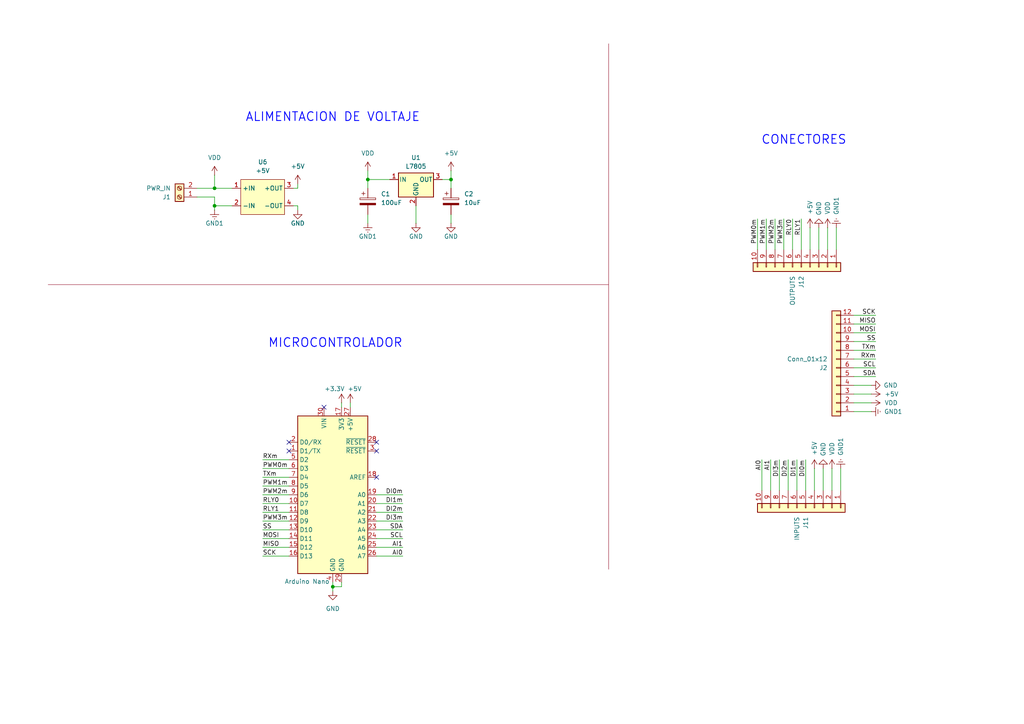
<source format=kicad_sch>
(kicad_sch (version 20231120) (generator "eeschema") (generator_version "8.0")
  (paper "A4")
  (lib_symbols
    (symbol "Codigo_lib:Mini_560_Pro"
      (property "Reference" "U" (at 0 -6.604 0))
      (property "Value" "+5V" (at 4.572 -6.604 0))
      (symbol "Mini_560_Pro_1_1"
        (rectangle (start -6.35 5.08) (end 6.35 -5.08) (fill (type background)))
        (pin passive line (at -8.89 2.54 0) (length 2.54) (name "+IN") (number "1"))
        (pin passive line (at -8.89 -2.54 0) (length 2.54) (name "-IN") (number "2"))
        (pin passive line (at 8.89 2.54 180) (length 2.54) (name "+OUT") (number "3"))
        (pin passive line (at 8.89 -2.54 180) (length 2.54) (name "-OUT") (number "4"))
      )
    )
    (symbol "Connector:Screw_Terminal_01x02" (pin_names (offset 1.016) hide)
      (property "Reference" "J" (at 0 2.54 0))
      (property "Value" "Screw_Terminal_01x02" (at 0 -5.08 0))
      (symbol "Screw_Terminal_01x02_1_1"
        (rectangle (start -1.27 1.27) (end 1.27 -3.81) (stroke (width 0.254)) (fill (type background)))
        (circle (center 0 -2.54) (radius 0.635) (stroke (width 0.1524)))
        (polyline (pts (xy -0.5334 -2.2098) (xy 0.3302 -3.048)) (stroke (width 0.1524)))
        (polyline (pts (xy -0.5334 0.3302) (xy 0.3302 -0.508)) (stroke (width 0.1524)))
        (polyline (pts (xy -0.3556 -2.032) (xy 0.508 -2.8702)) (stroke (width 0.1524)))
        (polyline (pts (xy -0.3556 0.508) (xy 0.508 -0.3302)) (stroke (width 0.1524)))
        (circle (center 0 0) (radius 0.635) (stroke (width 0.1524)))
        (pin passive line (at -5.08 0 0) (length 3.81) (name "Pin_1") (number "1"))
        (pin passive line (at -5.08 -2.54 0) (length 3.81) (name "Pin_2") (number "2"))
      )
    )
    (symbol "Connector_Generic:Conn_01x10" (pin_names (offset 1.016) hide)
      (property "Reference" "J" (at 0 12.7 0))
      (property "Value" "Conn_01x10" (at 0 -15.24 0))
      (symbol "Conn_01x10_1_1"
        (rectangle (start -1.27 -12.573) (end 0 -12.827) (stroke (width 0.1524)))
        (rectangle (start -1.27 -10.033) (end 0 -10.287) (stroke (width 0.1524)))
        (rectangle (start -1.27 -7.493) (end 0 -7.747) (stroke (width 0.1524)))
        (rectangle (start -1.27 -4.953) (end 0 -5.207) (stroke (width 0.1524)))
        (rectangle (start -1.27 -2.413) (end 0 -2.667) (stroke (width 0.1524)))
        (rectangle (start -1.27 0.127) (end 0 -0.127) (stroke (width 0.1524)))
        (rectangle (start -1.27 2.667) (end 0 2.413) (stroke (width 0.1524)))
        (rectangle (start -1.27 5.207) (end 0 4.953) (stroke (width 0.1524)))
        (rectangle (start -1.27 7.747) (end 0 7.493) (stroke (width 0.1524)))
        (rectangle (start -1.27 10.287) (end 0 10.033) (stroke (width 0.1524)))
        (rectangle (start -1.27 11.43) (end 1.27 -13.97) (stroke (width 0.254)) (fill (type background)))
        (pin passive line (at -5.08 10.16 0) (length 3.81) (name "Pin_1") (number "1"))
        (pin passive line (at -5.08 -12.7 0) (length 3.81) (name "Pin_10") (number "10"))
        (pin passive line (at -5.08 7.62 0) (length 3.81) (name "Pin_2") (number "2"))
        (pin passive line (at -5.08 5.08 0) (length 3.81) (name "Pin_3") (number "3"))
        (pin passive line (at -5.08 2.54 0) (length 3.81) (name "Pin_4") (number "4"))
        (pin passive line (at -5.08 0 0) (length 3.81) (name "Pin_5") (number "5"))
        (pin passive line (at -5.08 -2.54 0) (length 3.81) (name "Pin_6") (number "6"))
        (pin passive line (at -5.08 -5.08 0) (length 3.81) (name "Pin_7") (number "7"))
        (pin passive line (at -5.08 -7.62 0) (length 3.81) (name "Pin_8") (number "8"))
        (pin passive line (at -5.08 -10.16 0) (length 3.81) (name "Pin_9") (number "9"))
      )
    )
    (symbol "Connector_Generic:Conn_01x12" (pin_names (offset 1.016) hide)
      (property "Reference" "J" (at 0 15.24 0))
      (property "Value" "Conn_01x12" (at 0 -17.78 0))
      (symbol "Conn_01x12_1_1"
        (rectangle (start -1.27 -15.113) (end 0 -15.367) (stroke (width 0.1524)))
        (rectangle (start -1.27 -12.573) (end 0 -12.827) (stroke (width 0.1524)))
        (rectangle (start -1.27 -10.033) (end 0 -10.287) (stroke (width 0.1524)))
        (rectangle (start -1.27 -7.493) (end 0 -7.747) (stroke (width 0.1524)))
        (rectangle (start -1.27 -4.953) (end 0 -5.207) (stroke (width 0.1524)))
        (rectangle (start -1.27 -2.413) (end 0 -2.667) (stroke (width 0.1524)))
        (rectangle (start -1.27 0.127) (end 0 -0.127) (stroke (width 0.1524)))
        (rectangle (start -1.27 2.667) (end 0 2.413) (stroke (width 0.1524)))
        (rectangle (start -1.27 5.207) (end 0 4.953) (stroke (width 0.1524)))
        (rectangle (start -1.27 7.747) (end 0 7.493) (stroke (width 0.1524)))
        (rectangle (start -1.27 10.287) (end 0 10.033) (stroke (width 0.1524)))
        (rectangle (start -1.27 12.827) (end 0 12.573) (stroke (width 0.1524)))
        (rectangle (start -1.27 13.97) (end 1.27 -16.51) (stroke (width 0.254)) (fill (type background)))
        (pin passive line (at -5.08 12.7 0) (length 3.81) (name "Pin_1") (number "1"))
        (pin passive line (at -5.08 -10.16 0) (length 3.81) (name "Pin_10") (number "10"))
        (pin passive line (at -5.08 -12.7 0) (length 3.81) (name "Pin_11") (number "11"))
        (pin passive line (at -5.08 -15.24 0) (length 3.81) (name "Pin_12") (number "12"))
        (pin passive line (at -5.08 10.16 0) (length 3.81) (name "Pin_2") (number "2"))
        (pin passive line (at -5.08 7.62 0) (length 3.81) (name "Pin_3") (number "3"))
        (pin passive line (at -5.08 5.08 0) (length 3.81) (name "Pin_4") (number "4"))
        (pin passive line (at -5.08 2.54 0) (length 3.81) (name "Pin_5") (number "5"))
        (pin passive line (at -5.08 0 0) (length 3.81) (name "Pin_6") (number "6"))
        (pin passive line (at -5.08 -2.54 0) (length 3.81) (name "Pin_7") (number "7"))
        (pin passive line (at -5.08 -5.08 0) (length 3.81) (name "Pin_8") (number "8"))
        (pin passive line (at -5.08 -7.62 0) (length 3.81) (name "Pin_9") (number "9"))
      )
    )
    (symbol "Device:C_Polarized" (pin_numbers hide) (pin_names (offset 0.254))
      (property "Reference" "C" (at 0.635 2.54 0))
      (property "Value" "C_Polarized" (at 0.635 -2.54 0))
      (symbol "C_Polarized_0_1"
        (rectangle (start -2.286 0.508) (end 2.286 1.016))
        (polyline (pts (xy -1.778 2.286) (xy -0.762 2.286)))
        (polyline (pts (xy -1.27 2.794) (xy -1.27 1.778)))
        (rectangle (start 2.286 -0.508) (end -2.286 -1.016) (fill (type outline)))
      )
      (symbol "C_Polarized_1_1"
        (pin passive line (at 0 3.81 270) (length 2.794) (name "~") (number "1"))
        (pin passive line (at 0 -3.81 90) (length 2.794) (name "~") (number "2"))
      )
    )
    (symbol "MCU_Module:Arduino_Nano_v3.x"
      (property "Reference" "A" (at -10.16 23.495 0))
      (property "Value" "Arduino_Nano_v3.x" (at 5.08 -24.13 0))
      (symbol "Arduino_Nano_v3.x_0_1"
        (rectangle (start -10.16 22.86) (end 10.16 -22.86) (stroke (width 0.254)) (fill (type background)))
      )
      (symbol "Arduino_Nano_v3.x_1_1"
        (pin bidirectional line (at -12.7 12.7 0) (length 2.54) (name "D1/TX") (number "1"))
        (pin bidirectional line (at -12.7 -2.54 0) (length 2.54) (name "D7") (number "10"))
        (pin bidirectional line (at -12.7 -5.08 0) (length 2.54) (name "D8") (number "11"))
        (pin bidirectional line (at -12.7 -7.62 0) (length 2.54) (name "D9") (number "12"))
        (pin bidirectional line (at -12.7 -10.16 0) (length 2.54) (name "D10") (number "13"))
        (pin bidirectional line (at -12.7 -12.7 0) (length 2.54) (name "D11") (number "14"))
        (pin bidirectional line (at -12.7 -15.24 0) (length 2.54) (name "D12") (number "15"))
        (pin bidirectional line (at -12.7 -17.78 0) (length 2.54) (name "D13") (number "16"))
        (pin power_out line (at 2.54 25.4 270) (length 2.54) (name "3V3") (number "17"))
        (pin input line (at 12.7 5.08 180) (length 2.54) (name "AREF") (number "18"))
        (pin bidirectional line (at 12.7 0 180) (length 2.54) (name "A0") (number "19"))
        (pin bidirectional line (at -12.7 15.24 0) (length 2.54) (name "D0/RX") (number "2"))
        (pin bidirectional line (at 12.7 -2.54 180) (length 2.54) (name "A1") (number "20"))
        (pin bidirectional line (at 12.7 -5.08 180) (length 2.54) (name "A2") (number "21"))
        (pin bidirectional line (at 12.7 -7.62 180) (length 2.54) (name "A3") (number "22"))
        (pin bidirectional line (at 12.7 -10.16 180) (length 2.54) (name "A4") (number "23"))
        (pin bidirectional line (at 12.7 -12.7 180) (length 2.54) (name "A5") (number "24"))
        (pin bidirectional line (at 12.7 -15.24 180) (length 2.54) (name "A6") (number "25"))
        (pin bidirectional line (at 12.7 -17.78 180) (length 2.54) (name "A7") (number "26"))
        (pin power_out line (at 5.08 25.4 270) (length 2.54) (name "+5V") (number "27"))
        (pin input line (at 12.7 15.24 180) (length 2.54) (name "~{RESET}") (number "28"))
        (pin power_in line (at 2.54 -25.4 90) (length 2.54) (name "GND") (number "29"))
        (pin input line (at 12.7 12.7 180) (length 2.54) (name "~{RESET}") (number "3"))
        (pin power_in line (at -2.54 25.4 270) (length 2.54) (name "VIN") (number "30"))
        (pin power_in line (at 0 -25.4 90) (length 2.54) (name "GND") (number "4"))
        (pin bidirectional line (at -12.7 10.16 0) (length 2.54) (name "D2") (number "5"))
        (pin bidirectional line (at -12.7 7.62 0) (length 2.54) (name "D3") (number "6"))
        (pin bidirectional line (at -12.7 5.08 0) (length 2.54) (name "D4") (number "7"))
        (pin bidirectional line (at -12.7 2.54 0) (length 2.54) (name "D5") (number "8"))
        (pin bidirectional line (at -12.7 0 0) (length 2.54) (name "D6") (number "9"))
      )
    )
    (symbol "Regulator_Linear:L7805" (pin_names (offset 0.254))
      (property "Reference" "U" (at -3.81 3.175 0))
      (property "Value" "L7805" (at 0 3.175 0))
      (symbol "L7805_0_1"
        (rectangle (start -5.08 1.905) (end 5.08 -5.08) (stroke (width 0.254)) (fill (type background)))
      )
      (symbol "L7805_1_1"
        (pin power_in line (at -7.62 0 0) (length 2.54) (name "IN") (number "1"))
        (pin power_in line (at 0 -7.62 90) (length 2.54) (name "GND") (number "2"))
        (pin power_out line (at 7.62 0 180) (length 2.54) (name "OUT") (number "3"))
      )
    )
    (symbol "power:+3.3V" (power) (pin_numbers hide) (pin_names (offset 0) hide)
      (property "Value" "+3.3V" (at 0 3.556 0))
      (symbol "+3.3V_0_1"
        (polyline (pts (xy -0.762 1.27) (xy 0 2.54)))
        (polyline (pts (xy 0 0) (xy 0 2.54)))
        (polyline (pts (xy 0 2.54) (xy 0.762 1.27)))
      )
      (symbol "+3.3V_1_1"
        (pin power_in line (at 0 0 90) (length 0) (name "~") (number "1"))
      )
    )
    (symbol "power:+5V" (power) (pin_numbers hide) (pin_names (offset 0) hide)
      (property "Value" "+5V" (at 0 3.556 0))
      (symbol "+5V_0_1"
        (polyline (pts (xy -0.762 1.27) (xy 0 2.54)))
        (polyline (pts (xy 0 0) (xy 0 2.54)))
        (polyline (pts (xy 0 2.54) (xy 0.762 1.27)))
      )
      (symbol "+5V_1_1"
        (pin power_in line (at 0 0 90) (length 0) (name "~") (number "1"))
      )
    )
    (symbol "power:Earth" (power) (pin_numbers hide) (pin_names (offset 0) hide)
      (property "Value" "Earth" (at 0 -3.81 0))
      (symbol "Earth_0_1"
        (polyline (pts (xy -0.635 -1.905) (xy 0.635 -1.905)))
        (polyline (pts (xy -0.127 -2.54) (xy 0.127 -2.54)))
        (polyline (pts (xy 0 -1.27) (xy 0 0)))
        (polyline (pts (xy 1.27 -1.27) (xy -1.27 -1.27)))
      )
      (symbol "Earth_1_1"
        (pin power_in line (at 0 0 270) (length 0) (name "~") (number "1"))
      )
    )
    (symbol "power:GND" (power) (pin_numbers hide) (pin_names (offset 0) hide)
      (property "Value" "GND" (at 0 -3.81 0))
      (symbol "GND_0_1"
        (polyline (pts (xy 0 0) (xy 0 -1.27) (xy 1.27 -1.27) (xy 0 -2.54) (xy -1.27 -1.27) (xy 0 -1.27)))
      )
      (symbol "GND_1_1"
        (pin power_in line (at 0 0 270) (length 0) (name "~") (number "1"))
      )
    )
    (symbol "power:VDD" (power) (pin_numbers hide) (pin_names (offset 0) hide)
      (property "Value" "VDD" (at 0 3.556 0))
      (symbol "VDD_0_1"
        (polyline (pts (xy -0.762 1.27) (xy 0 2.54)))
        (polyline (pts (xy 0 0) (xy 0 2.54)))
        (polyline (pts (xy 0 2.54) (xy 0.762 1.27)))
      )
      (symbol "VDD_1_1"
        (pin power_in line (at 0 0 90) (length 0) (name "~") (number "1"))
      )
    )
  )
  (junction (at 130.81 52.07))
  (junction (at 96.52 170.18))
  (junction (at 62.23 54.61))
  (junction (at 106.68 52.07))
  (junction (at 62.23 59.69))
  (no_connect (at 83.82 130.81))
  (no_connect (at 83.82 128.27))
  (no_connect (at 109.22 130.81))
  (no_connect (at 109.22 128.27))
  (no_connect (at 109.22 138.43))
  (no_connect (at 93.98 118.11))
  (wire (pts (xy 229.87 72.39) (xy 229.87 63.5)))
  (wire (pts (xy 240.03 72.39) (xy 240.03 66.04)))
  (wire (pts (xy 62.23 54.61) (xy 67.31 54.61)))
  (wire (pts (xy 96.52 170.18) (xy 96.52 171.45)))
  (wire (pts (xy 252.73 114.3) (xy 247.65 114.3)))
  (wire (pts (xy 99.06 168.91) (xy 99.06 170.18)))
  (wire (pts (xy 86.36 53.34) (xy 86.36 54.61)))
  (wire (pts (xy 232.41 72.39) (xy 232.41 63.5)))
  (wire (pts (xy 247.65 104.14) (xy 254 104.14)))
  (wire (pts (xy 76.2 138.43) (xy 83.82 138.43)))
  (wire (pts (xy 238.76 142.24) (xy 238.76 135.89)))
  (wire (pts (xy 109.22 146.05) (xy 116.84 146.05)))
  (wire (pts (xy 109.22 161.29) (xy 116.84 161.29)))
  (wire (pts (xy 247.65 91.44) (xy 254 91.44)))
  (wire (pts (xy 130.81 64.77) (xy 130.81 62.23)))
  (wire (pts (xy 234.95 72.39) (xy 234.95 66.04)))
  (wire (pts (xy 128.27 52.07) (xy 130.81 52.07)))
  (wire (pts (xy 109.22 158.75) (xy 116.84 158.75)))
  (wire (pts (xy 62.23 59.69) (xy 62.23 60.96)))
  (wire (pts (xy 224.79 72.39) (xy 224.79 63.5)))
  (wire (pts (xy 247.65 106.68) (xy 254 106.68)))
  (wire (pts (xy 247.65 109.22) (xy 254 109.22)))
  (wire (pts (xy 233.68 142.24) (xy 233.68 133.35)))
  (wire (pts (xy 76.2 143.51) (xy 83.82 143.51)))
  (wire (pts (xy 76.2 156.21) (xy 83.82 156.21)))
  (wire (pts (xy 62.23 50.8) (xy 62.23 54.61)))
  (wire (pts (xy 252.73 111.76) (xy 247.65 111.76)))
  (wire (pts (xy 76.2 140.97) (xy 83.82 140.97)))
  (wire (pts (xy 106.68 49.53) (xy 106.68 52.07)))
  (wire (pts (xy 101.6 116.84) (xy 101.6 118.11)))
  (polyline (pts (xy 176.53 82.55) (xy 13.97 82.55)) (stroke (width 0) (color 163 50 72 1)))
  (wire (pts (xy 109.22 148.59) (xy 116.84 148.59)))
  (wire (pts (xy 86.36 59.69) (xy 86.36 60.96)))
  (wire (pts (xy 96.52 170.18) (xy 99.06 170.18)))
  (wire (pts (xy 57.15 54.61) (xy 62.23 54.61)))
  (wire (pts (xy 62.23 59.69) (xy 67.31 59.69)))
  (wire (pts (xy 223.52 142.24) (xy 223.52 133.35)))
  (wire (pts (xy 220.98 142.24) (xy 220.98 133.35)))
  (wire (pts (xy 247.65 93.98) (xy 254 93.98)))
  (wire (pts (xy 247.65 119.38) (xy 252.73 119.38)))
  (wire (pts (xy 106.68 62.23) (xy 106.68 64.77)))
  (wire (pts (xy 106.68 52.07) (xy 106.68 54.61)))
  (wire (pts (xy 76.2 148.59) (xy 83.82 148.59)))
  (wire (pts (xy 96.52 168.91) (xy 96.52 170.18)))
  (wire (pts (xy 76.2 133.35) (xy 83.82 133.35)))
  (wire (pts (xy 57.15 57.15) (xy 62.23 57.15)))
  (wire (pts (xy 237.49 72.39) (xy 237.49 66.04)))
  (wire (pts (xy 226.06 142.24) (xy 226.06 133.35)))
  (wire (pts (xy 219.71 72.39) (xy 219.71 63.5)))
  (wire (pts (xy 120.65 64.77) (xy 120.65 59.69)))
  (wire (pts (xy 76.2 161.29) (xy 83.82 161.29)))
  (wire (pts (xy 130.81 52.07) (xy 130.81 49.53)))
  (wire (pts (xy 241.3 142.24) (xy 241.3 135.89)))
  (wire (pts (xy 99.06 116.84) (xy 99.06 118.11)))
  (wire (pts (xy 76.2 153.67) (xy 83.82 153.67)))
  (wire (pts (xy 85.09 59.69) (xy 86.36 59.69)))
  (wire (pts (xy 247.65 116.84) (xy 252.73 116.84)))
  (wire (pts (xy 247.65 96.52) (xy 254 96.52)))
  (wire (pts (xy 109.22 143.51) (xy 116.84 143.51)))
  (wire (pts (xy 231.14 142.24) (xy 231.14 133.35)))
  (wire (pts (xy 62.23 57.15) (xy 62.23 59.69)))
  (wire (pts (xy 247.65 99.06) (xy 254 99.06)))
  (wire (pts (xy 109.22 151.13) (xy 116.84 151.13)))
  (wire (pts (xy 228.6 142.24) (xy 228.6 133.35)))
  (wire (pts (xy 227.33 72.39) (xy 227.33 63.5)))
  (wire (pts (xy 76.2 135.89) (xy 83.82 135.89)))
  (wire (pts (xy 242.57 72.39) (xy 242.57 66.04)))
  (wire (pts (xy 243.84 142.24) (xy 243.84 135.89)))
  (wire (pts (xy 109.22 153.67) (xy 116.84 153.67)))
  (wire (pts (xy 130.81 52.07) (xy 130.81 54.61)))
  (wire (pts (xy 247.65 101.6) (xy 254 101.6)))
  (wire (pts (xy 76.2 158.75) (xy 83.82 158.75)))
  (wire (pts (xy 76.2 151.13) (xy 83.82 151.13)))
  (wire (pts (xy 76.2 146.05) (xy 83.82 146.05)))
  (polyline (pts (xy 176.53 12.7) (xy 176.53 165.1)) (stroke (width 0) (color 163 50 72 1)))
  (wire (pts (xy 222.25 72.39) (xy 222.25 63.5)))
  (wire (pts (xy 113.03 52.07) (xy 106.68 52.07)))
  (wire (pts (xy 236.22 142.24) (xy 236.22 135.89)))
  (wire (pts (xy 109.22 156.21) (xy 116.84 156.21)))
  (wire (pts (xy 85.09 54.61) (xy 86.36 54.61)))
  (text "CONECTORES" (at 233.172 40.64 0) (effects (font (size 2.54 2.54) (thickness 0.254) (bold yes))))
  (text "MICROCONTROLADOR" (at 97.282 99.568 0) (effects (font (size 2.54 2.54) (thickness 0.254) (bold yes))))
  (text "ALIMENTACION DE VOLTAJE\n" (at 96.52 34.036 0) (effects (font (size 2.54 2.54) (thickness 0.254) (bold yes))))
  (label "MOSI" (at 76.2 156.21 0))
  (label "SCL" (at 254 106.68 180))
  (label "PWM3m" (at 76.2 151.13 0))
  (label "SDA" (at 116.84 153.67 180))
  (label "PWM0m" (at 76.2 135.89 0))
  (label "PWM2m" (at 76.2 143.51 0))
  (label "RXm" (at 254 104.14 180))
  (label "SS" (at 76.2 153.67 0))
  (label "AI0" (at 220.98 133.35 270))
  (label "SS" (at 254 99.06 180))
  (label "PWM0m" (at 219.71 63.5 270))
  (label "PWM2m" (at 224.79 63.5 270))
  (label "RLY1" (at 232.41 63.5 270))
  (label "PWM3m" (at 227.33 63.5 270))
  (label "DI0m" (at 233.68 133.35 270))
  (label "DI3m" (at 116.84 151.13 180))
  (label "SDA" (at 254 109.22 180))
  (label "AI1" (at 223.52 133.35 270))
  (label "SCL" (at 116.84 156.21 180))
  (label "DI0m" (at 116.84 143.51 180))
  (label "RLY1" (at 76.2 148.59 0))
  (label "TXm" (at 76.2 138.43 0))
  (label "PWM1m" (at 222.25 63.5 270))
  (label "RLY0" (at 229.87 63.5 270))
  (label "DI1m" (at 231.14 133.35 270))
  (label "DI2m" (at 228.6 133.35 270))
  (label "MISO" (at 254 93.98 180))
  (label "DI2m" (at 116.84 148.59 180))
  (label "RXm" (at 76.2 133.35 0))
  (label "RLY0" (at 76.2 146.05 0))
  (label "DI3m" (at 226.06 133.35 270))
  (label "MOSI" (at 254 96.52 180))
  (label "AI1" (at 116.84 158.75 180))
  (label "SCK" (at 254 91.44 180))
  (label "SCK" (at 76.2 161.29 0))
  (label "PWM1m" (at 76.2 140.97 0))
  (label "AI0" (at 116.84 161.29 180))
  (label "DI1m" (at 116.84 146.05 180))
  (label "MISO" (at 76.2 158.75 0))
  (label "TXm" (at 254 101.6 180))
  (symbol (lib_id "power:GND") (at 237.49 66.04 0) (mirror x) (unit 1)
    (property "Reference" "#PWR07" (effects (hide yes)))
    (property "Value" "GND" (at 237.49 60.452 90))
    (property "Description" "Power symbol creates a global label with name \"GND\" , ground" (effects (hide yes)))
  )
  (symbol (lib_id "power:+5V") (at 101.6 116.84 0) (unit 1)
    (property "Reference" "#PWR019" (effects (hide yes)))
    (property "Value" "+5V" (at 102.87 112.776 0))
    (property "Description" "Power symbol creates a global label with name \"+5V\"" (effects (hide yes)))
  )
  (symbol (lib_id "power:VDD") (at 240.03 66.04 0) (mirror y) (unit 1)
    (property "Reference" "#PWR06" (effects (hide yes)))
    (property "Value" "VDD" (at 240.0301 62.23 90) (effects (justify left)))
    (property "Description" "Power symbol creates a global label with name \"VDD\"" (effects (hide yes)))
  )
  (symbol (lib_id "power:GND") (at 238.76 135.89 0) (mirror x) (unit 1)
    (property "Reference" "#PWR03" (effects (hide yes)))
    (property "Value" "GND" (at 238.76 130.302 90))
    (property "Description" "Power symbol creates a global label with name \"GND\" , ground" (effects (hide yes)))
  )
  (symbol (lib_id "power:+3.3V") (at 99.06 116.84 0) (unit 1)
    (property "Reference" "#PWR020" (effects (hide yes)))
    (property "Value" "+3.3V" (at 97.028 112.776 0))
    (property "Description" "Power symbol creates a global label with name \"+3.3V\"" (effects (hide yes)))
  )
  (symbol (lib_id "power:+5V") (at 234.95 66.04 0) (mirror y) (unit 1)
    (property "Reference" "#PWR08" (effects (hide yes)))
    (property "Value" "+5V" (at 234.9501 62.23 90) (effects (justify left)))
    (property "Description" "Power symbol creates a global label with name \"+5V\"" (effects (hide yes)))
  )
  (symbol (lib_id "power:VDD") (at 62.23 50.8 0) (unit 1)
    (property "Reference" "#PWR022" (effects (hide yes)))
    (property "Value" "VDD" (at 62.23 45.72 0))
    (property "Description" "Power symbol creates a global label with name \"VDD\"" (effects (hide yes)))
  )
  (symbol (lib_id "power:GND") (at 130.81 64.77 0) (unit 1)
    (property "Reference" "#PWR015" (effects (hide yes)))
    (property "Value" "GND" (at 130.81 68.58 0))
    (property "Description" "Power symbol creates a global label with name \"GND\" , ground" (effects (hide yes)))
  )
  (symbol (lib_id "power:+5V") (at 236.22 135.89 0) (mirror y) (unit 1)
    (property "Reference" "#PWR04" (effects (hide yes)))
    (property "Value" "+5V" (at 236.2201 132.08 90) (effects (justify left)))
    (property "Description" "Power symbol creates a global label with name \"+5V\"" (effects (hide yes)))
  )
  (symbol (lib_id "Codigo_lib:Mini_560_Pro") (at 76.2 57.15 0) (unit 1)
    (property "Reference" "U6" (at 76.2 46.99 0))
    (property "Value" "+5V" (at 76.2 49.53 0))
    (property "Footprint" "Codigo_lib:Mini 560 Pro" (effects (hide yes)))
  )
  (symbol (lib_id "power:+5V") (at 252.73 114.3 270) (mirror x) (unit 1)
    (property "Reference" "#PWR029" (effects (hide yes)))
    (property "Value" "+5V" (at 256.54 114.3001 90) (effects (justify left)))
    (property "Description" "Power symbol creates a global label with name \"+5V\"" (effects (hide yes)))
  )
  (symbol (lib_id "power:GND") (at 96.52 171.45 0) (unit 1)
    (property "Reference" "#PWR018" (effects (hide yes)))
    (property "Value" "GND" (at 96.52 176.53 0))
    (property "Description" "Power symbol creates a global label with name \"GND\" , ground" (effects (hide yes)))
  )
  (symbol (lib_id "Connector_Generic:Conn_01x12") (at 242.57 106.68 180) (unit 1)
    (property "Reference" "J2" (at 240.03 106.6801 0) (effects (justify left)))
    (property "Value" "Conn_01x12" (at 240.03 104.1401 0) (effects (justify left)))
    (property "Footprint" "Connector_PinSocket_2.54mm:PinSocket_1x12_P2.54mm_Horizontal" (effects (hide yes)))
    (property "Description" "Generic connector, single row, 01x12, script generated (kicad-library-utils/schlib/autogen/connector/)" (effects (hide yes)))
  )
  (symbol (lib_id "power:Earth") (at 106.68 64.77 0) (unit 1)
    (property "Reference" "#PWR014" (effects (hide yes)))
    (property "Value" "GND1" (at 106.68 68.58 0))
    (property "Description" "Power symbol creates a global label with name \"Earth\"" (effects (hide yes)))
  )
  (symbol (lib_id "power:Earth") (at 242.57 66.04 0) (mirror x) (unit 1)
    (property "Reference" "#PWR05" (effects (hide yes)))
    (property "Value" "GND1" (at 242.57 59.69 90))
    (property "Description" "Power symbol creates a global label with name \"Earth\"" (effects (hide yes)))
  )
  (symbol (lib_id "Device:C_Polarized") (at 106.68 58.42 0) (unit 1)
    (property "Reference" "C1" (at 110.49 56.2609 0) (effects (justify left)))
    (property "Value" "100uF" (at 110.49 58.8009 0) (effects (justify left)))
    (property "Footprint" "Capacitor_THT:CP_Radial_D5.0mm_P2.50mm" (effects (hide yes)))
    (property "Description" "Polarized capacitor" (effects (hide yes)))
  )
  (symbol (lib_id "power:VDD") (at 106.68 49.53 0) (unit 1)
    (property "Reference" "#PWR012" (effects (hide yes)))
    (property "Value" "VDD" (at 106.68 44.45 0))
    (property "Description" "Power symbol creates a global label with name \"VDD\"" (effects (hide yes)))
  )
  (symbol (lib_id "power:GND") (at 120.65 64.77 0) (unit 1)
    (property "Reference" "#PWR016" (effects (hide yes)))
    (property "Value" "GND" (at 120.65 68.58 0))
    (property "Description" "Power symbol creates a global label with name \"GND\" , ground" (effects (hide yes)))
  )
  (symbol (lib_id "Device:C_Polarized") (at 130.81 58.42 0) (unit 1)
    (property "Reference" "C2" (at 134.62 56.2609 0) (effects (justify left)))
    (property "Value" "10uF" (at 134.62 58.8009 0) (effects (justify left)))
    (property "Footprint" "Capacitor_THT:CP_Radial_D5.0mm_P2.50mm" (effects (hide yes)))
    (property "Description" "Polarized capacitor" (effects (hide yes)))
  )
  (symbol (lib_id "power:GND") (at 86.36 60.96 0) (unit 1)
    (property "Reference" "#PWR09" (effects (hide yes)))
    (property "Value" "GND" (at 86.36 64.77 0))
    (property "Description" "Power symbol creates a global label with name \"GND\" , ground" (effects (hide yes)))
  )
  (symbol (lib_id "power:Earth") (at 62.23 60.96 0) (unit 1)
    (property "Reference" "#PWR011" (effects (hide yes)))
    (property "Value" "GND1" (at 62.23 64.77 0))
    (property "Description" "Power symbol creates a global label with name \"Earth\"" (effects (hide yes)))
  )
  (symbol (lib_id "power:+5V") (at 86.36 53.34 0) (unit 1)
    (property "Reference" "#PWR010" (effects (hide yes)))
    (property "Value" "+5V" (at 86.36 48.26 0))
    (property "Description" "Power symbol creates a global label with name \"+5V\"" (effects (hide yes)))
  )
  (symbol (lib_id "power:Earth") (at 243.84 135.89 0) (mirror x) (unit 1)
    (property "Reference" "#PWR01" (effects (hide yes)))
    (property "Value" "GND1" (at 243.84 129.54 90))
    (property "Description" "Power symbol creates a global label with name \"Earth\"" (effects (hide yes)))
  )
  (symbol (lib_id "Connector:Screw_Terminal_01x02") (at 52.07 57.15 180) (unit 1)
    (property "Reference" "J1" (at 49.53 57.1501 0) (effects (justify left)))
    (property "Value" "PWR_IN" (at 49.53 54.6101 0) (effects (justify left)))
    (property "Footprint" "Borneras:TerminalBlock_Altech_AK300-2_P5.00mm" (effects (hide yes)))
    (property "Description" "Generic screw terminal, single row, 01x02, script generated (kicad-library-utils/schlib/autogen/connector/)" (effects (hide yes)))
  )
  (symbol (lib_id "power:VDD") (at 241.3 135.89 0) (mirror y) (unit 1)
    (property "Reference" "#PWR02" (effects (hide yes)))
    (property "Value" "VDD" (at 241.3001 132.08 90) (effects (justify left)))
    (property "Description" "Power symbol creates a global label with name \"VDD\"" (effects (hide yes)))
  )
  (symbol (lib_id "power:VDD") (at 252.73 116.84 270) (mirror x) (unit 1)
    (property "Reference" "#PWR027" (effects (hide yes)))
    (property "Value" "VDD" (at 256.54 116.8401 90) (effects (justify left)))
    (property "Description" "Power symbol creates a global label with name \"VDD\"" (effects (hide yes)))
  )
  (symbol (lib_id "Connector_Generic:Conn_01x10") (at 233.68 147.32 270) (unit 1)
    (property "Reference" "J11" (at 233.6801 149.86 0) (effects (justify left)))
    (property "Value" "INPUTS" (at 231.1401 149.86 0) (effects (justify left)))
    (property "Footprint" "Connector_PinSocket_2.54mm:PinSocket_1x10_P2.54mm_Vertical" (effects (hide yes)))
    (property "Description" "Generic connector, single row, 01x10, script generated (kicad-library-utils/schlib/autogen/connector/)" (effects (hide yes)))
  )
  (symbol (lib_id "MCU_Module:Arduino_Nano_v3.x") (at 96.52 143.51 0) (unit 1)
    (property "Reference" "A1" (effects (hide yes)))
    (property "Value" "Arduino Nano" (at 82.55 168.656 0) (effects (justify left)))
    (property "Footprint" "Module:Arduino_Nano" (effects (hide yes)))
    (property "Datasheet" "http://www.mouser.com/pdfdocs/Gravitech_Arduino_Nano3_0.pdf" (effects (hide yes)))
    (property "Description" "Arduino Nano v3.x" (effects (hide yes)))
  )
  (symbol (lib_id "power:GND") (at 252.73 111.76 90) (mirror x) (unit 1)
    (property "Reference" "#PWR028" (effects (hide yes)))
    (property "Value" "GND" (at 258.318 111.76 90))
    (property "Description" "Power symbol creates a global label with name \"GND\" , ground" (effects (hide yes)))
  )
  (symbol (lib_id "Connector_Generic:Conn_01x10") (at 232.41 77.47 270) (unit 1)
    (property "Reference" "J12" (at 232.4101 80.01 0) (effects (justify left)))
    (property "Value" "OUTPUTS" (at 229.8701 80.01 0) (effects (justify left)))
    (property "Footprint" "Connector_PinHeader_2.54mm:PinHeader_1x10_P2.54mm_Vertical" (effects (hide yes)))
    (property "Description" "Generic connector, single row, 01x10, script generated (kicad-library-utils/schlib/autogen/connector/)" (effects (hide yes)))
  )
  (symbol (lib_id "Regulator_Linear:L7805") (at 120.65 52.07 0) (unit 1)
    (property "Reference" "U1" (at 120.65 45.72 0))
    (property "Value" "L7805" (at 120.65 48.26 0))
    (property "Footprint" "Package_TO_SOT_THT:TO-220-3_Horizontal_TabDown" (effects (hide yes)))
    (property "Datasheet" "http://www.st.com/content/ccc/resource/technical/document/datasheet/41/4f/b3/b0/12/d4/47/88/CD00000444.pdf/files/CD00000444.pdf/jcr:content/translations/en.CD00000444.pdf" (effects (hide yes)))
    (property "Description" "Positive 1.5A 35V Linear Regulator, Fixed Output 5V, TO-220/TO-263/TO-252" (effects (hide yes)))
  )
  (symbol (lib_id "power:+5V") (at 130.81 49.53 0) (unit 1)
    (property "Reference" "#PWR013" (effects (hide yes)))
    (property "Value" "+5V" (at 130.81 44.45 0))
    (property "Description" "Power symbol creates a global label with name \"+5V\"" (effects (hide yes)))
  )
  (symbol (lib_id "power:Earth") (at 252.73 119.38 90) (mirror x) (unit 1)
    (property "Reference" "#PWR026" (effects (hide yes)))
    (property "Value" "GND1" (at 259.08 119.38 90))
    (property "Description" "Power symbol creates a global label with name \"Earth\"" (effects (hide yes)))
  )
)
</source>
